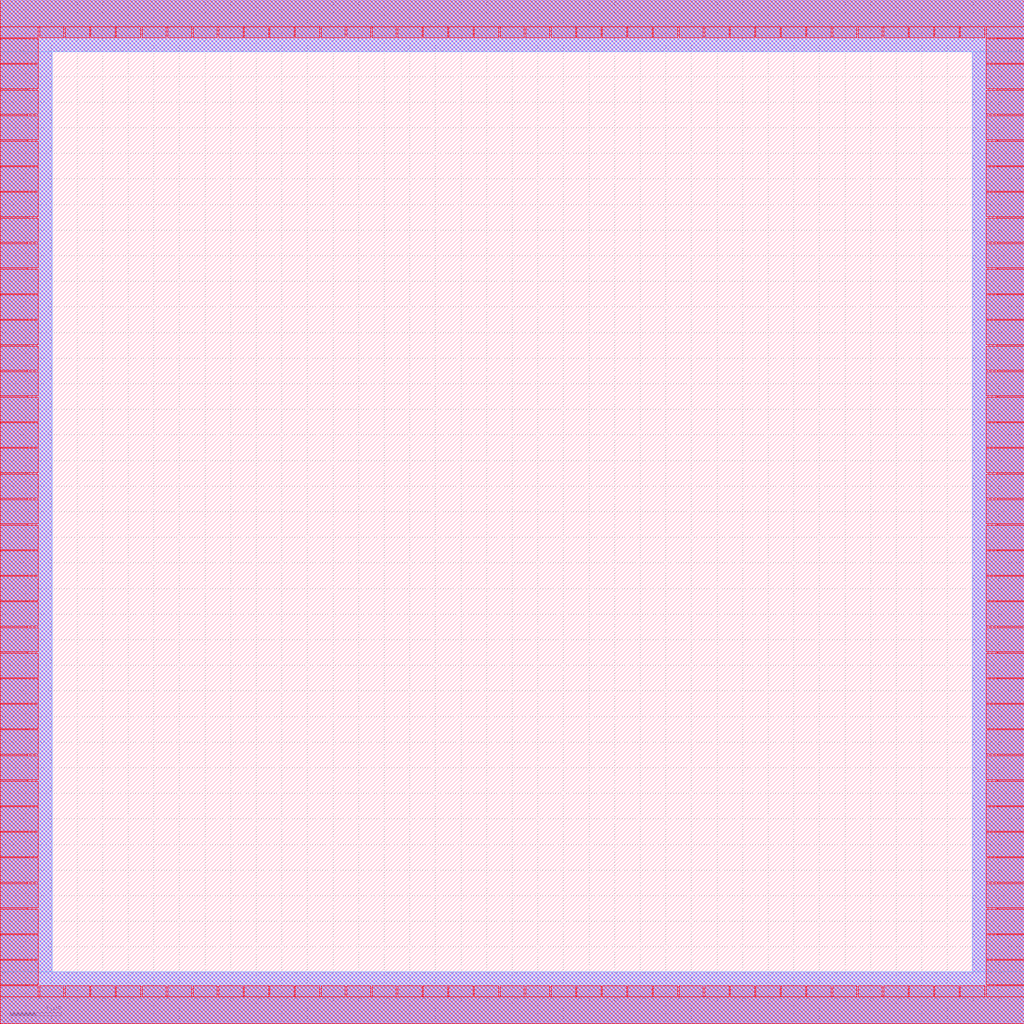
<source format=lef>
VERSION 5.7 ;
  NOWIREEXTENSIONATPIN ON ;
  DIVIDERCHAR "/" ;
  BUSBITCHARS "[]" ;
MACRO sg13g2_bpd60
  CLASS BLOCK ;
  FOREIGN sg13g2_bpd60 ;
  ORIGIN 0.000 0.000 ;
  SIZE 60.000 BY 60.000 ;
  SYMMETRY X Y R90 ;
  OBS
      LAYER Metal3 ;
        RECT 0.000 55.930 60.000 60.000 ;
        RECT 0.000 4.070 4.070 55.930 ;
        RECT 55.930 4.070 60.000 55.930 ;
        RECT 0.000 0.000 60.000 4.070 ;
      LAYER Metal4 ;
        RECT 0.000 55.930 60.000 60.000 ;
        RECT 0.000 4.070 4.070 55.930 ;
        RECT 55.930 4.070 60.000 55.930 ;
        RECT 0.000 0.000 60.000 4.070 ;
      LAYER Metal5 ;
        RECT 0.000 55.930 60.000 60.000 ;
        RECT 0.000 4.070 4.070 55.930 ;
        RECT 55.930 4.070 60.000 55.930 ;
        RECT 0.000 0.000 60.000 4.070 ;
      LAYER TopMetal1 ;
        RECT 0.000 55.930 60.000 60.000 ;
        RECT 0.000 4.070 4.070 55.930 ;
        RECT 55.930 4.070 60.000 55.930 ;
        RECT 0.000 0.000 60.000 4.070 ;
      LAYER TopMetal2 ;
        RECT 0.000 57.900 60.000 60.000 ;
        RECT 0.000 57.015 2.985 57.900 ;
        RECT 3.080 57.015 4.980 57.900 ;
        RECT 5.080 57.015 6.980 57.900 ;
        RECT 7.075 57.015 8.975 57.900 ;
        RECT 9.075 57.015 10.975 57.900 ;
        RECT 11.070 57.015 12.970 57.900 ;
        RECT 13.070 57.015 14.970 57.900 ;
        RECT 15.065 57.015 16.965 57.900 ;
        RECT 17.065 57.015 18.965 57.900 ;
        RECT 19.060 57.015 20.960 57.900 ;
        RECT 21.060 57.015 22.960 57.900 ;
        RECT 23.055 57.015 24.955 57.900 ;
        RECT 25.055 57.015 26.955 57.900 ;
        RECT 27.050 57.015 28.950 57.900 ;
        RECT 29.050 57.015 30.950 57.900 ;
        RECT 31.045 57.015 32.945 57.900 ;
        RECT 33.045 57.015 34.945 57.900 ;
        RECT 35.040 57.015 36.940 57.900 ;
        RECT 37.040 57.015 38.940 57.900 ;
        RECT 39.035 57.015 40.935 57.900 ;
        RECT 41.035 57.015 42.935 57.900 ;
        RECT 43.030 57.015 44.930 57.900 ;
        RECT 45.030 57.015 46.930 57.900 ;
        RECT 47.025 57.015 48.925 57.900 ;
        RECT 49.025 57.015 50.925 57.900 ;
        RECT 51.020 57.015 52.920 57.900 ;
        RECT 53.020 57.015 54.920 57.900 ;
        RECT 55.015 57.015 56.915 57.900 ;
        RECT 57.015 57.015 60.000 57.900 ;
        RECT 0.000 56.945 2.100 57.015 ;
        RECT 57.900 56.945 60.000 57.015 ;
        RECT 0.000 55.045 2.985 56.945 ;
        RECT 57.015 55.045 60.000 56.945 ;
        RECT 0.000 54.945 2.100 55.045 ;
        RECT 57.900 54.945 60.000 55.045 ;
        RECT 0.000 53.045 2.985 54.945 ;
        RECT 57.015 53.045 60.000 54.945 ;
        RECT 0.000 52.945 2.100 53.045 ;
        RECT 57.900 52.945 60.000 53.045 ;
        RECT 0.000 51.045 2.985 52.945 ;
        RECT 57.015 51.045 60.000 52.945 ;
        RECT 0.000 50.945 2.100 51.045 ;
        RECT 57.900 50.945 60.000 51.045 ;
        RECT 0.000 49.045 2.985 50.945 ;
        RECT 57.015 49.045 60.000 50.945 ;
        RECT 0.000 48.945 2.100 49.045 ;
        RECT 57.900 48.945 60.000 49.045 ;
        RECT 0.000 47.045 2.985 48.945 ;
        RECT 57.015 47.045 60.000 48.945 ;
        RECT 0.000 46.945 2.100 47.045 ;
        RECT 57.900 46.945 60.000 47.045 ;
        RECT 0.000 45.045 2.985 46.945 ;
        RECT 57.015 45.045 60.000 46.945 ;
        RECT 0.000 44.945 2.100 45.045 ;
        RECT 57.900 44.945 60.000 45.045 ;
        RECT 0.000 43.045 2.985 44.945 ;
        RECT 57.015 43.045 60.000 44.945 ;
        RECT 0.000 42.945 2.100 43.045 ;
        RECT 57.900 42.945 60.000 43.045 ;
        RECT 0.000 41.045 2.985 42.945 ;
        RECT 57.015 41.045 60.000 42.945 ;
        RECT 0.000 40.945 2.100 41.045 ;
        RECT 57.900 40.945 60.000 41.045 ;
        RECT 0.000 39.045 2.985 40.945 ;
        RECT 57.015 39.045 60.000 40.945 ;
        RECT 0.000 38.945 2.100 39.045 ;
        RECT 57.900 38.945 60.000 39.045 ;
        RECT 0.000 37.045 2.985 38.945 ;
        RECT 57.015 37.045 60.000 38.945 ;
        RECT 0.000 36.945 2.100 37.045 ;
        RECT 57.900 36.945 60.000 37.045 ;
        RECT 0.000 35.045 2.985 36.945 ;
        RECT 57.015 35.045 60.000 36.945 ;
        RECT 0.000 34.945 2.100 35.045 ;
        RECT 57.900 34.945 60.000 35.045 ;
        RECT 0.000 33.045 2.985 34.945 ;
        RECT 57.015 33.045 60.000 34.945 ;
        RECT 0.000 32.945 2.100 33.045 ;
        RECT 57.900 32.945 60.000 33.045 ;
        RECT 0.000 31.045 2.985 32.945 ;
        RECT 57.015 31.045 60.000 32.945 ;
        RECT 0.000 30.950 2.100 31.045 ;
        RECT 57.900 30.950 60.000 31.045 ;
        RECT 0.000 29.050 2.985 30.950 ;
        RECT 57.015 29.050 60.000 30.950 ;
        RECT 0.000 28.950 2.100 29.050 ;
        RECT 57.900 28.950 60.000 29.050 ;
        RECT 0.000 27.050 2.985 28.950 ;
        RECT 57.015 27.050 60.000 28.950 ;
        RECT 0.000 26.950 2.100 27.050 ;
        RECT 57.900 26.950 60.000 27.050 ;
        RECT 0.000 25.050 2.985 26.950 ;
        RECT 57.015 25.050 60.000 26.950 ;
        RECT 0.000 24.950 2.100 25.050 ;
        RECT 57.900 24.950 60.000 25.050 ;
        RECT 0.000 23.050 2.985 24.950 ;
        RECT 57.015 23.050 60.000 24.950 ;
        RECT 0.000 22.950 2.100 23.050 ;
        RECT 57.900 22.950 60.000 23.050 ;
        RECT 0.000 21.050 2.985 22.950 ;
        RECT 57.015 21.050 60.000 22.950 ;
        RECT 0.000 20.950 2.100 21.050 ;
        RECT 57.900 20.950 60.000 21.050 ;
        RECT 0.000 19.050 2.985 20.950 ;
        RECT 57.015 19.050 60.000 20.950 ;
        RECT 0.000 18.950 2.100 19.050 ;
        RECT 57.900 18.950 60.000 19.050 ;
        RECT 0.000 17.050 2.985 18.950 ;
        RECT 57.015 17.050 60.000 18.950 ;
        RECT 0.000 16.950 2.100 17.050 ;
        RECT 57.900 16.950 60.000 17.050 ;
        RECT 0.000 15.050 2.985 16.950 ;
        RECT 57.015 15.050 60.000 16.950 ;
        RECT 0.000 14.950 2.100 15.050 ;
        RECT 57.900 14.950 60.000 15.050 ;
        RECT 0.000 13.050 2.985 14.950 ;
        RECT 57.015 13.050 60.000 14.950 ;
        RECT 0.000 12.950 2.100 13.050 ;
        RECT 57.900 12.950 60.000 13.050 ;
        RECT 0.000 11.050 2.985 12.950 ;
        RECT 57.015 11.050 60.000 12.950 ;
        RECT 0.000 10.950 2.100 11.050 ;
        RECT 57.900 10.950 60.000 11.050 ;
        RECT 0.000 9.050 2.985 10.950 ;
        RECT 57.015 9.050 60.000 10.950 ;
        RECT 0.000 8.950 2.100 9.050 ;
        RECT 57.900 8.950 60.000 9.050 ;
        RECT 0.000 7.050 2.985 8.950 ;
        RECT 57.015 7.050 60.000 8.950 ;
        RECT 0.000 6.950 2.100 7.050 ;
        RECT 57.900 6.950 60.000 7.050 ;
        RECT 0.000 5.050 2.985 6.950 ;
        RECT 57.015 5.050 60.000 6.950 ;
        RECT 0.000 4.955 2.100 5.050 ;
        RECT 57.900 4.955 60.000 5.050 ;
        RECT 0.000 3.055 2.985 4.955 ;
        RECT 57.015 3.055 60.000 4.955 ;
        RECT 0.000 2.985 2.100 3.055 ;
        RECT 57.900 2.985 60.000 3.055 ;
        RECT 0.000 2.100 2.985 2.985 ;
        RECT 3.080 2.100 4.980 2.985 ;
        RECT 5.080 2.100 6.980 2.985 ;
        RECT 7.075 2.100 8.975 2.985 ;
        RECT 9.075 2.100 10.975 2.985 ;
        RECT 11.070 2.100 12.970 2.985 ;
        RECT 13.070 2.100 14.970 2.985 ;
        RECT 15.065 2.100 16.965 2.985 ;
        RECT 17.065 2.100 18.965 2.985 ;
        RECT 19.060 2.100 20.960 2.985 ;
        RECT 21.060 2.100 22.960 2.985 ;
        RECT 23.055 2.100 24.955 2.985 ;
        RECT 25.055 2.100 26.955 2.985 ;
        RECT 27.050 2.100 28.950 2.985 ;
        RECT 29.050 2.100 30.950 2.985 ;
        RECT 31.045 2.100 32.945 2.985 ;
        RECT 33.045 2.100 34.945 2.985 ;
        RECT 35.040 2.100 36.940 2.985 ;
        RECT 37.040 2.100 38.940 2.985 ;
        RECT 39.035 2.100 40.935 2.985 ;
        RECT 41.035 2.100 42.935 2.985 ;
        RECT 43.030 2.100 44.930 2.985 ;
        RECT 45.030 2.100 46.930 2.985 ;
        RECT 47.025 2.100 48.925 2.985 ;
        RECT 49.025 2.100 50.925 2.985 ;
        RECT 51.020 2.100 52.920 2.985 ;
        RECT 53.020 2.100 54.920 2.985 ;
        RECT 55.015 2.100 56.915 2.985 ;
        RECT 57.015 2.100 60.000 2.985 ;
        RECT 0.000 0.000 60.000 2.100 ;
  END
END sg13g2_bpd60

#--------EOF---------

MACRO sg13g2_bpd70
  CLASS BLOCK ;
  FOREIGN sg13g2_bpd70 ;
  ORIGIN 0.000 0.000 ;
  SIZE 70.000 BY 70.000 ;
  SYMMETRY X Y R90 ;
  OBS
      LAYER Metal3 ;
        RECT 0.000 65.930 70.000 70.000 ;
        RECT 0.000 4.070 4.070 65.930 ;
        RECT 65.930 4.070 70.000 65.930 ;
        RECT 0.000 0.000 70.000 4.070 ;
      LAYER Metal4 ;
        RECT 0.000 65.930 70.000 70.000 ;
        RECT 0.000 4.070 4.070 65.930 ;
        RECT 65.930 4.070 70.000 65.930 ;
        RECT 0.000 0.000 70.000 4.070 ;
      LAYER Metal5 ;
        RECT 0.000 65.930 70.000 70.000 ;
        RECT 0.000 4.070 4.070 65.930 ;
        RECT 65.930 4.070 70.000 65.930 ;
        RECT 0.000 0.000 70.000 4.070 ;
      LAYER TopMetal1 ;
        RECT 0.000 65.930 70.000 70.000 ;
        RECT 0.000 4.070 4.070 65.930 ;
        RECT 65.930 4.070 70.000 65.930 ;
        RECT 0.000 0.000 70.000 4.070 ;
      LAYER TopMetal2 ;
        RECT 0.000 67.900 70.000 70.000 ;
        RECT 0.000 67.015 2.985 67.900 ;
        RECT 3.080 67.015 4.980 67.900 ;
        RECT 5.080 67.015 6.980 67.900 ;
        RECT 7.075 67.015 8.975 67.900 ;
        RECT 9.075 67.015 10.975 67.900 ;
        RECT 11.070 67.015 12.970 67.900 ;
        RECT 13.070 67.015 14.970 67.900 ;
        RECT 15.070 67.015 16.970 67.900 ;
        RECT 17.065 67.015 18.965 67.900 ;
        RECT 19.065 67.015 20.965 67.900 ;
        RECT 21.060 67.015 22.960 67.900 ;
        RECT 23.060 67.015 24.960 67.900 ;
        RECT 25.055 67.015 26.955 67.900 ;
        RECT 27.055 67.015 28.955 67.900 ;
        RECT 29.055 67.015 30.955 67.900 ;
        RECT 31.050 67.015 32.950 67.900 ;
        RECT 33.050 67.015 34.950 67.900 ;
        RECT 35.045 67.015 36.945 67.900 ;
        RECT 37.045 67.015 38.945 67.900 ;
        RECT 39.040 67.015 40.940 67.900 ;
        RECT 41.040 67.015 42.940 67.900 ;
        RECT 43.040 67.015 44.940 67.900 ;
        RECT 45.035 67.015 46.935 67.900 ;
        RECT 47.035 67.015 48.935 67.900 ;
        RECT 49.030 67.015 50.930 67.900 ;
        RECT 51.030 67.015 52.930 67.900 ;
        RECT 53.025 67.015 54.925 67.900 ;
        RECT 55.025 67.015 56.925 67.900 ;
        RECT 57.025 67.015 58.925 67.900 ;
        RECT 59.020 67.015 60.920 67.900 ;
        RECT 61.020 67.015 62.920 67.900 ;
        RECT 63.015 67.015 64.915 67.900 ;
        RECT 65.015 67.015 66.915 67.900 ;
        RECT 67.015 67.015 70.000 67.900 ;
        RECT 0.000 66.945 2.100 67.015 ;
        RECT 67.900 66.945 70.000 67.015 ;
        RECT 0.000 65.045 2.985 66.945 ;
        RECT 67.015 65.045 70.000 66.945 ;
        RECT 0.000 64.945 2.100 65.045 ;
        RECT 67.900 64.945 70.000 65.045 ;
        RECT 0.000 63.045 2.985 64.945 ;
        RECT 67.015 63.045 70.000 64.945 ;
        RECT 0.000 62.945 2.100 63.045 ;
        RECT 67.900 62.945 70.000 63.045 ;
        RECT 0.000 61.045 2.985 62.945 ;
        RECT 67.015 61.045 70.000 62.945 ;
        RECT 0.000 60.945 2.100 61.045 ;
        RECT 67.900 60.945 70.000 61.045 ;
        RECT 0.000 59.045 2.985 60.945 ;
        RECT 67.015 59.045 70.000 60.945 ;
        RECT 0.000 58.945 2.100 59.045 ;
        RECT 67.900 58.945 70.000 59.045 ;
        RECT 0.000 57.045 2.985 58.945 ;
        RECT 67.015 57.045 70.000 58.945 ;
        RECT 0.000 56.945 2.100 57.045 ;
        RECT 67.900 56.945 70.000 57.045 ;
        RECT 0.000 55.045 2.985 56.945 ;
        RECT 67.015 55.045 70.000 56.945 ;
        RECT 0.000 54.945 2.100 55.045 ;
        RECT 67.900 54.945 70.000 55.045 ;
        RECT 0.000 53.045 2.985 54.945 ;
        RECT 67.015 53.045 70.000 54.945 ;
        RECT 0.000 52.945 2.100 53.045 ;
        RECT 67.900 52.945 70.000 53.045 ;
        RECT 0.000 51.045 2.985 52.945 ;
        RECT 67.015 51.045 70.000 52.945 ;
        RECT 0.000 50.945 2.100 51.045 ;
        RECT 67.900 50.945 70.000 51.045 ;
        RECT 0.000 49.045 2.985 50.945 ;
        RECT 67.015 49.045 70.000 50.945 ;
        RECT 0.000 48.945 2.100 49.045 ;
        RECT 67.900 48.945 70.000 49.045 ;
        RECT 0.000 47.045 2.985 48.945 ;
        RECT 67.015 47.045 70.000 48.945 ;
        RECT 0.000 46.945 2.100 47.045 ;
        RECT 67.900 46.945 70.000 47.045 ;
        RECT 0.000 45.045 2.985 46.945 ;
        RECT 67.015 45.045 70.000 46.945 ;
        RECT 0.000 44.945 2.100 45.045 ;
        RECT 67.900 44.945 70.000 45.045 ;
        RECT 0.000 43.045 2.985 44.945 ;
        RECT 67.015 43.045 70.000 44.945 ;
        RECT 0.000 42.945 2.100 43.045 ;
        RECT 67.900 42.945 70.000 43.045 ;
        RECT 0.000 41.045 2.985 42.945 ;
        RECT 67.015 41.045 70.000 42.945 ;
        RECT 0.000 40.945 2.100 41.045 ;
        RECT 67.900 40.945 70.000 41.045 ;
        RECT 0.000 39.045 2.985 40.945 ;
        RECT 67.015 39.045 70.000 40.945 ;
        RECT 0.000 38.945 2.100 39.045 ;
        RECT 67.900 38.945 70.000 39.045 ;
        RECT 0.000 37.045 2.985 38.945 ;
        RECT 67.015 37.045 70.000 38.945 ;
        RECT 0.000 36.945 2.100 37.045 ;
        RECT 67.900 36.945 70.000 37.045 ;
        RECT 0.000 35.045 2.985 36.945 ;
        RECT 67.015 35.045 70.000 36.945 ;
        RECT 0.000 34.950 2.100 35.045 ;
        RECT 67.900 34.950 70.000 35.045 ;
        RECT 0.000 33.050 2.985 34.950 ;
        RECT 67.015 33.050 70.000 34.950 ;
        RECT 0.000 32.950 2.100 33.050 ;
        RECT 67.900 32.950 70.000 33.050 ;
        RECT 0.000 31.050 2.985 32.950 ;
        RECT 67.015 31.050 70.000 32.950 ;
        RECT 0.000 30.950 2.100 31.050 ;
        RECT 67.900 30.950 70.000 31.050 ;
        RECT 0.000 29.050 2.985 30.950 ;
        RECT 67.015 29.050 70.000 30.950 ;
        RECT 0.000 28.950 2.100 29.050 ;
        RECT 67.900 28.950 70.000 29.050 ;
        RECT 0.000 27.050 2.985 28.950 ;
        RECT 67.015 27.050 70.000 28.950 ;
        RECT 0.000 26.950 2.100 27.050 ;
        RECT 67.900 26.950 70.000 27.050 ;
        RECT 0.000 25.050 2.985 26.950 ;
        RECT 67.015 25.050 70.000 26.950 ;
        RECT 0.000 24.950 2.100 25.050 ;
        RECT 67.900 24.950 70.000 25.050 ;
        RECT 0.000 23.050 2.985 24.950 ;
        RECT 67.015 23.050 70.000 24.950 ;
        RECT 0.000 22.950 2.100 23.050 ;
        RECT 67.900 22.950 70.000 23.050 ;
        RECT 0.000 21.050 2.985 22.950 ;
        RECT 67.015 21.050 70.000 22.950 ;
        RECT 0.000 20.950 2.100 21.050 ;
        RECT 67.900 20.950 70.000 21.050 ;
        RECT 0.000 19.050 2.985 20.950 ;
        RECT 67.015 19.050 70.000 20.950 ;
        RECT 0.000 18.950 2.100 19.050 ;
        RECT 67.900 18.950 70.000 19.050 ;
        RECT 0.000 17.050 2.985 18.950 ;
        RECT 67.015 17.050 70.000 18.950 ;
        RECT 0.000 16.950 2.100 17.050 ;
        RECT 67.900 16.950 70.000 17.050 ;
        RECT 0.000 15.050 2.985 16.950 ;
        RECT 67.015 15.050 70.000 16.950 ;
        RECT 0.000 14.950 2.100 15.050 ;
        RECT 67.900 14.950 70.000 15.050 ;
        RECT 0.000 13.050 2.985 14.950 ;
        RECT 67.015 13.050 70.000 14.950 ;
        RECT 0.000 12.950 2.100 13.050 ;
        RECT 67.900 12.950 70.000 13.050 ;
        RECT 0.000 11.050 2.985 12.950 ;
        RECT 67.015 11.050 70.000 12.950 ;
        RECT 0.000 10.950 2.100 11.050 ;
        RECT 67.900 10.950 70.000 11.050 ;
        RECT 0.000 9.050 2.985 10.950 ;
        RECT 67.015 9.050 70.000 10.950 ;
        RECT 0.000 8.950 2.100 9.050 ;
        RECT 67.900 8.950 70.000 9.050 ;
        RECT 0.000 7.050 2.985 8.950 ;
        RECT 67.015 7.050 70.000 8.950 ;
        RECT 0.000 6.950 2.100 7.050 ;
        RECT 67.900 6.950 70.000 7.050 ;
        RECT 0.000 5.050 2.985 6.950 ;
        RECT 67.015 5.050 70.000 6.950 ;
        RECT 0.000 4.955 2.100 5.050 ;
        RECT 67.900 4.955 70.000 5.050 ;
        RECT 0.000 3.055 2.985 4.955 ;
        RECT 67.015 3.055 70.000 4.955 ;
        RECT 0.000 2.985 2.100 3.055 ;
        RECT 67.900 2.985 70.000 3.055 ;
        RECT 0.000 2.100 2.985 2.985 ;
        RECT 3.080 2.100 4.980 2.985 ;
        RECT 5.080 2.100 6.980 2.985 ;
        RECT 7.075 2.100 8.975 2.985 ;
        RECT 9.075 2.100 10.975 2.985 ;
        RECT 11.070 2.100 12.970 2.985 ;
        RECT 13.070 2.100 14.970 2.985 ;
        RECT 15.070 2.100 16.970 2.985 ;
        RECT 17.065 2.100 18.965 2.985 ;
        RECT 19.065 2.100 20.965 2.985 ;
        RECT 21.060 2.100 22.960 2.985 ;
        RECT 23.060 2.100 24.960 2.985 ;
        RECT 25.055 2.100 26.955 2.985 ;
        RECT 27.055 2.100 28.955 2.985 ;
        RECT 29.055 2.100 30.955 2.985 ;
        RECT 31.050 2.100 32.950 2.985 ;
        RECT 33.050 2.100 34.950 2.985 ;
        RECT 35.045 2.100 36.945 2.985 ;
        RECT 37.045 2.100 38.945 2.985 ;
        RECT 39.040 2.100 40.940 2.985 ;
        RECT 41.040 2.100 42.940 2.985 ;
        RECT 43.040 2.100 44.940 2.985 ;
        RECT 45.035 2.100 46.935 2.985 ;
        RECT 47.035 2.100 48.935 2.985 ;
        RECT 49.030 2.100 50.930 2.985 ;
        RECT 51.030 2.100 52.930 2.985 ;
        RECT 53.025 2.100 54.925 2.985 ;
        RECT 55.025 2.100 56.925 2.985 ;
        RECT 57.025 2.100 58.925 2.985 ;
        RECT 59.020 2.100 60.920 2.985 ;
        RECT 61.020 2.100 62.920 2.985 ;
        RECT 63.015 2.100 64.915 2.985 ;
        RECT 65.015 2.100 66.915 2.985 ;
        RECT 67.015 2.100 70.000 2.985 ;
        RECT 0.000 0.000 70.000 2.100 ;
  END
END sg13g2_bpd70

#--------EOF---------

MACRO sg13g2_bpd80
  CLASS BLOCK ;
  FOREIGN sg13g2_bpd80 ;
  ORIGIN 0.000 0.000 ;
  SIZE 80.000 BY 80.000 ;
  SYMMETRY X Y R90 ;
  OBS
      LAYER Metal3 ;
        RECT 0.000 75.930 80.000 80.000 ;
        RECT 0.000 4.070 4.070 75.930 ;
        RECT 75.930 4.070 80.000 75.930 ;
        RECT 0.000 0.000 80.000 4.070 ;
      LAYER Metal4 ;
        RECT 0.000 75.930 80.000 80.000 ;
        RECT 0.000 4.070 4.070 75.930 ;
        RECT 75.930 4.070 80.000 75.930 ;
        RECT 0.000 0.000 80.000 4.070 ;
      LAYER Metal5 ;
        RECT 0.000 75.930 80.000 80.000 ;
        RECT 0.000 4.070 4.070 75.930 ;
        RECT 75.930 4.070 80.000 75.930 ;
        RECT 0.000 0.000 80.000 4.070 ;
      LAYER TopMetal1 ;
        RECT 0.000 75.930 80.000 80.000 ;
        RECT 0.000 4.070 4.070 75.930 ;
        RECT 75.930 4.070 80.000 75.930 ;
        RECT 0.000 0.000 80.000 4.070 ;
      LAYER TopMetal2 ;
        RECT 0.000 77.900 80.000 80.000 ;
        RECT 0.000 77.015 2.985 77.900 ;
        RECT 3.080 77.015 4.980 77.900 ;
        RECT 5.080 77.015 6.980 77.900 ;
        RECT 7.075 77.015 8.975 77.900 ;
        RECT 9.075 77.015 10.975 77.900 ;
        RECT 11.075 77.015 12.975 77.900 ;
        RECT 13.070 77.015 14.970 77.900 ;
        RECT 15.070 77.015 16.970 77.900 ;
        RECT 17.070 77.015 18.970 77.900 ;
        RECT 19.065 77.015 20.965 77.900 ;
        RECT 21.065 77.015 22.965 77.900 ;
        RECT 23.060 77.015 24.960 77.900 ;
        RECT 25.060 77.015 26.960 77.900 ;
        RECT 27.060 77.015 28.960 77.900 ;
        RECT 29.055 77.015 30.955 77.900 ;
        RECT 31.055 77.015 32.955 77.900 ;
        RECT 33.055 77.015 34.955 77.900 ;
        RECT 35.050 77.015 36.950 77.900 ;
        RECT 37.050 77.015 38.950 77.900 ;
        RECT 39.050 77.015 40.950 77.900 ;
        RECT 41.045 77.015 42.945 77.900 ;
        RECT 43.045 77.015 44.945 77.900 ;
        RECT 45.040 77.015 46.940 77.900 ;
        RECT 47.040 77.015 48.940 77.900 ;
        RECT 49.040 77.015 50.940 77.900 ;
        RECT 51.035 77.015 52.935 77.900 ;
        RECT 53.035 77.015 54.935 77.900 ;
        RECT 55.035 77.015 56.935 77.900 ;
        RECT 57.030 77.015 58.930 77.900 ;
        RECT 59.030 77.015 60.930 77.900 ;
        RECT 61.025 77.015 62.925 77.900 ;
        RECT 63.025 77.015 64.925 77.900 ;
        RECT 65.025 77.015 66.925 77.900 ;
        RECT 67.020 77.015 68.920 77.900 ;
        RECT 69.020 77.015 70.920 77.900 ;
        RECT 71.020 77.015 72.920 77.900 ;
        RECT 73.015 77.015 74.915 77.900 ;
        RECT 75.015 77.015 76.915 77.900 ;
        RECT 77.015 77.015 80.000 77.900 ;
        RECT 0.000 76.945 2.100 77.015 ;
        RECT 77.900 76.945 80.000 77.015 ;
        RECT 0.000 75.045 2.985 76.945 ;
        RECT 77.015 75.045 80.000 76.945 ;
        RECT 0.000 74.945 2.100 75.045 ;
        RECT 77.900 74.945 80.000 75.045 ;
        RECT 0.000 73.045 2.985 74.945 ;
        RECT 77.015 73.045 80.000 74.945 ;
        RECT 0.000 72.945 2.100 73.045 ;
        RECT 77.900 72.945 80.000 73.045 ;
        RECT 0.000 71.045 2.985 72.945 ;
        RECT 77.015 71.045 80.000 72.945 ;
        RECT 0.000 70.945 2.100 71.045 ;
        RECT 77.900 70.945 80.000 71.045 ;
        RECT 0.000 69.045 2.985 70.945 ;
        RECT 77.015 69.045 80.000 70.945 ;
        RECT 0.000 68.945 2.100 69.045 ;
        RECT 77.900 68.945 80.000 69.045 ;
        RECT 0.000 67.045 2.985 68.945 ;
        RECT 77.015 67.045 80.000 68.945 ;
        RECT 0.000 66.945 2.100 67.045 ;
        RECT 77.900 66.945 80.000 67.045 ;
        RECT 0.000 65.045 2.985 66.945 ;
        RECT 77.015 65.045 80.000 66.945 ;
        RECT 0.000 64.945 2.100 65.045 ;
        RECT 77.900 64.945 80.000 65.045 ;
        RECT 0.000 63.045 2.985 64.945 ;
        RECT 77.015 63.045 80.000 64.945 ;
        RECT 0.000 62.945 2.100 63.045 ;
        RECT 77.900 62.945 80.000 63.045 ;
        RECT 0.000 61.045 2.985 62.945 ;
        RECT 77.015 61.045 80.000 62.945 ;
        RECT 0.000 60.945 2.100 61.045 ;
        RECT 77.900 60.945 80.000 61.045 ;
        RECT 0.000 59.045 2.985 60.945 ;
        RECT 77.015 59.045 80.000 60.945 ;
        RECT 0.000 58.945 2.100 59.045 ;
        RECT 77.900 58.945 80.000 59.045 ;
        RECT 0.000 57.045 2.985 58.945 ;
        RECT 77.015 57.045 80.000 58.945 ;
        RECT 0.000 56.945 2.100 57.045 ;
        RECT 77.900 56.945 80.000 57.045 ;
        RECT 0.000 55.045 2.985 56.945 ;
        RECT 77.015 55.045 80.000 56.945 ;
        RECT 0.000 54.945 2.100 55.045 ;
        RECT 77.900 54.945 80.000 55.045 ;
        RECT 0.000 53.045 2.985 54.945 ;
        RECT 77.015 53.045 80.000 54.945 ;
        RECT 0.000 52.945 2.100 53.045 ;
        RECT 77.900 52.945 80.000 53.045 ;
        RECT 0.000 51.045 2.985 52.945 ;
        RECT 77.015 51.045 80.000 52.945 ;
        RECT 0.000 50.945 2.100 51.045 ;
        RECT 77.900 50.945 80.000 51.045 ;
        RECT 0.000 49.045 2.985 50.945 ;
        RECT 77.015 49.045 80.000 50.945 ;
        RECT 0.000 48.945 2.100 49.045 ;
        RECT 77.900 48.945 80.000 49.045 ;
        RECT 0.000 47.045 2.985 48.945 ;
        RECT 77.015 47.045 80.000 48.945 ;
        RECT 0.000 46.945 2.100 47.045 ;
        RECT 77.900 46.945 80.000 47.045 ;
        RECT 0.000 45.045 2.985 46.945 ;
        RECT 77.015 45.045 80.000 46.945 ;
        RECT 0.000 44.945 2.100 45.045 ;
        RECT 77.900 44.945 80.000 45.045 ;
        RECT 0.000 43.045 2.985 44.945 ;
        RECT 77.015 43.045 80.000 44.945 ;
        RECT 0.000 42.945 2.100 43.045 ;
        RECT 77.900 42.945 80.000 43.045 ;
        RECT 0.000 41.045 2.985 42.945 ;
        RECT 77.015 41.045 80.000 42.945 ;
        RECT 0.000 40.950 2.100 41.045 ;
        RECT 77.900 40.950 80.000 41.045 ;
        RECT 0.000 39.050 2.985 40.950 ;
        RECT 77.015 39.050 80.000 40.950 ;
        RECT 0.000 38.950 2.100 39.050 ;
        RECT 77.900 38.950 80.000 39.050 ;
        RECT 0.000 37.050 2.985 38.950 ;
        RECT 77.015 37.050 80.000 38.950 ;
        RECT 0.000 36.950 2.100 37.050 ;
        RECT 77.900 36.950 80.000 37.050 ;
        RECT 0.000 35.050 2.985 36.950 ;
        RECT 77.015 35.050 80.000 36.950 ;
        RECT 0.000 34.950 2.100 35.050 ;
        RECT 77.900 34.950 80.000 35.050 ;
        RECT 0.000 33.050 2.985 34.950 ;
        RECT 77.015 33.050 80.000 34.950 ;
        RECT 0.000 32.950 2.100 33.050 ;
        RECT 77.900 32.950 80.000 33.050 ;
        RECT 0.000 31.050 2.985 32.950 ;
        RECT 77.015 31.050 80.000 32.950 ;
        RECT 0.000 30.950 2.100 31.050 ;
        RECT 77.900 30.950 80.000 31.050 ;
        RECT 0.000 29.050 2.985 30.950 ;
        RECT 77.015 29.050 80.000 30.950 ;
        RECT 0.000 28.950 2.100 29.050 ;
        RECT 77.900 28.950 80.000 29.050 ;
        RECT 0.000 27.050 2.985 28.950 ;
        RECT 77.015 27.050 80.000 28.950 ;
        RECT 0.000 26.950 2.100 27.050 ;
        RECT 77.900 26.950 80.000 27.050 ;
        RECT 0.000 25.050 2.985 26.950 ;
        RECT 77.015 25.050 80.000 26.950 ;
        RECT 0.000 24.950 2.100 25.050 ;
        RECT 77.900 24.950 80.000 25.050 ;
        RECT 0.000 23.050 2.985 24.950 ;
        RECT 77.015 23.050 80.000 24.950 ;
        RECT 0.000 22.950 2.100 23.050 ;
        RECT 77.900 22.950 80.000 23.050 ;
        RECT 0.000 21.050 2.985 22.950 ;
        RECT 77.015 21.050 80.000 22.950 ;
        RECT 0.000 20.950 2.100 21.050 ;
        RECT 77.900 20.950 80.000 21.050 ;
        RECT 0.000 19.050 2.985 20.950 ;
        RECT 77.015 19.050 80.000 20.950 ;
        RECT 0.000 18.950 2.100 19.050 ;
        RECT 77.900 18.950 80.000 19.050 ;
        RECT 0.000 17.050 2.985 18.950 ;
        RECT 77.015 17.050 80.000 18.950 ;
        RECT 0.000 16.950 2.100 17.050 ;
        RECT 77.900 16.950 80.000 17.050 ;
        RECT 0.000 15.050 2.985 16.950 ;
        RECT 77.015 15.050 80.000 16.950 ;
        RECT 0.000 14.950 2.100 15.050 ;
        RECT 77.900 14.950 80.000 15.050 ;
        RECT 0.000 13.050 2.985 14.950 ;
        RECT 77.015 13.050 80.000 14.950 ;
        RECT 0.000 12.950 2.100 13.050 ;
        RECT 77.900 12.950 80.000 13.050 ;
        RECT 0.000 11.050 2.985 12.950 ;
        RECT 77.015 11.050 80.000 12.950 ;
        RECT 0.000 10.950 2.100 11.050 ;
        RECT 77.900 10.950 80.000 11.050 ;
        RECT 0.000 9.050 2.985 10.950 ;
        RECT 77.015 9.050 80.000 10.950 ;
        RECT 0.000 8.950 2.100 9.050 ;
        RECT 77.900 8.950 80.000 9.050 ;
        RECT 0.000 7.050 2.985 8.950 ;
        RECT 77.015 7.050 80.000 8.950 ;
        RECT 0.000 6.950 2.100 7.050 ;
        RECT 77.900 6.950 80.000 7.050 ;
        RECT 0.000 5.050 2.985 6.950 ;
        RECT 77.015 5.050 80.000 6.950 ;
        RECT 0.000 4.955 2.100 5.050 ;
        RECT 77.900 4.955 80.000 5.050 ;
        RECT 0.000 3.055 2.985 4.955 ;
        RECT 77.015 3.055 80.000 4.955 ;
        RECT 0.000 2.985 2.100 3.055 ;
        RECT 77.900 2.985 80.000 3.055 ;
        RECT 0.000 2.100 2.985 2.985 ;
        RECT 3.080 2.100 4.980 2.985 ;
        RECT 5.080 2.100 6.980 2.985 ;
        RECT 7.075 2.100 8.975 2.985 ;
        RECT 9.075 2.100 10.975 2.985 ;
        RECT 11.075 2.100 12.975 2.985 ;
        RECT 13.070 2.100 14.970 2.985 ;
        RECT 15.070 2.100 16.970 2.985 ;
        RECT 17.070 2.100 18.970 2.985 ;
        RECT 19.065 2.100 20.965 2.985 ;
        RECT 21.065 2.100 22.965 2.985 ;
        RECT 23.060 2.100 24.960 2.985 ;
        RECT 25.060 2.100 26.960 2.985 ;
        RECT 27.060 2.100 28.960 2.985 ;
        RECT 29.055 2.100 30.955 2.985 ;
        RECT 31.055 2.100 32.955 2.985 ;
        RECT 33.055 2.100 34.955 2.985 ;
        RECT 35.050 2.100 36.950 2.985 ;
        RECT 37.050 2.100 38.950 2.985 ;
        RECT 39.050 2.100 40.950 2.985 ;
        RECT 41.045 2.100 42.945 2.985 ;
        RECT 43.045 2.100 44.945 2.985 ;
        RECT 45.040 2.100 46.940 2.985 ;
        RECT 47.040 2.100 48.940 2.985 ;
        RECT 49.040 2.100 50.940 2.985 ;
        RECT 51.035 2.100 52.935 2.985 ;
        RECT 53.035 2.100 54.935 2.985 ;
        RECT 55.035 2.100 56.935 2.985 ;
        RECT 57.030 2.100 58.930 2.985 ;
        RECT 59.030 2.100 60.930 2.985 ;
        RECT 61.025 2.100 62.925 2.985 ;
        RECT 63.025 2.100 64.925 2.985 ;
        RECT 65.025 2.100 66.925 2.985 ;
        RECT 67.020 2.100 68.920 2.985 ;
        RECT 69.020 2.100 70.920 2.985 ;
        RECT 71.020 2.100 72.920 2.985 ;
        RECT 73.015 2.100 74.915 2.985 ;
        RECT 75.015 2.100 76.915 2.985 ;
        RECT 77.015 2.100 80.000 2.985 ;
        RECT 0.000 0.000 80.000 2.100 ;
  END
END sg13g2_bpd80

#--------EOF---------


END LIBRARY

</source>
